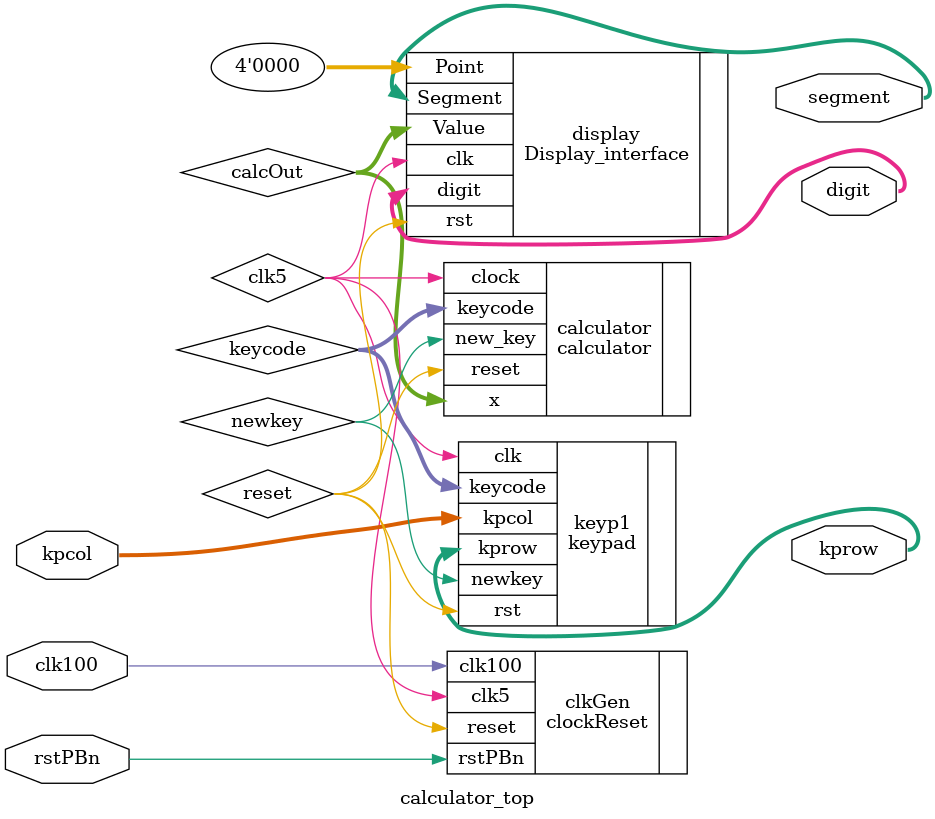
<source format=v>
module calculator_top(
        input clk100,		 // 100 MHz clock from oscillator on board
        input rstPBn,		 // reset signal, active low, from CPU RESET pushbutton
        input [5:0] kpcol,   // keypad column signals
        output [3:0] kprow,  // keypad row signals
        output [7:0] digit,  // digit controls - active low (7 on left, 0 on right)
        output [7:0] segment // segment controls - active low (a b c d e f g dp)
        );

// ===========================================================================
// Interconnecting Signals
    wire clk5;              // 5 MHz clock signal, buffered
    wire reset;             // internal reset signal, active high
    wire newkey;            // pulse to indicate new key pressed, keycode valid
    wire [4:0] keycode;     // 5-bit code to identify key pressed
    wire [15:0] calcOut;    // 16-bit output from calculator, to be displayed

// ===========================================================================
// Instantiate clock and reset generator, connect to signals
    clockReset  clkGen  (
            .clk100 (clk100),
            .rstPBn (rstPBn),
            .clk5   (clk5),
            .reset  (reset) );

//==================================================================================
 
	calculator calculator (
        .clock (clk5),
        .reset (reset),
        .keycode (keycode),
        .new_key (newkey),
        .x (calcOut)
        );
	
//==================================================================================
// Keypad test hardware - remove this when adding the calculator logic
   /* reg [9:0] keyCodes;    // holds last two key codes, 5 bits each
    always @ (posedge clk5 or posedge reset)
        if (reset) keyCodes <= 10'b0;
        else if (newkey) keyCodes <= {keyCodes[4:0],keycode};
// Arrange the key codes to display as 2 hex digits each
    assign calcOut = {3'b0,keyCodes[9:5],3'b0,keyCodes[4:0]};*/
	
//==================================================================================
// Keypad interface to scan keypad and return valid keycodes
    keypad keyp1 (
        .clk(clk5),            // clock for keypad module is 5 MHz
        .rst(reset),            // reset is internal reset signal
        .kpcol(kpcol),            // 6 keypad column inputs
        .kprow(kprow),            // 4 keypad row outputs
        .newkey(newkey),        // new key signal
        .keycode(keycode)        // 5-bit code representing key
        );

//==================================================================================
// Display interface, for 4 digits - replace with your display interface
	Display_interface display (.clk(clk5), 
	       .rst(reset), 
	       .Value(calcOut),
	       .Point(4'b0000),    // use a dot to separate key codes for test
		   .digit(digit), 
		   .Segment(segment));
	
	
	
endmodule

</source>
